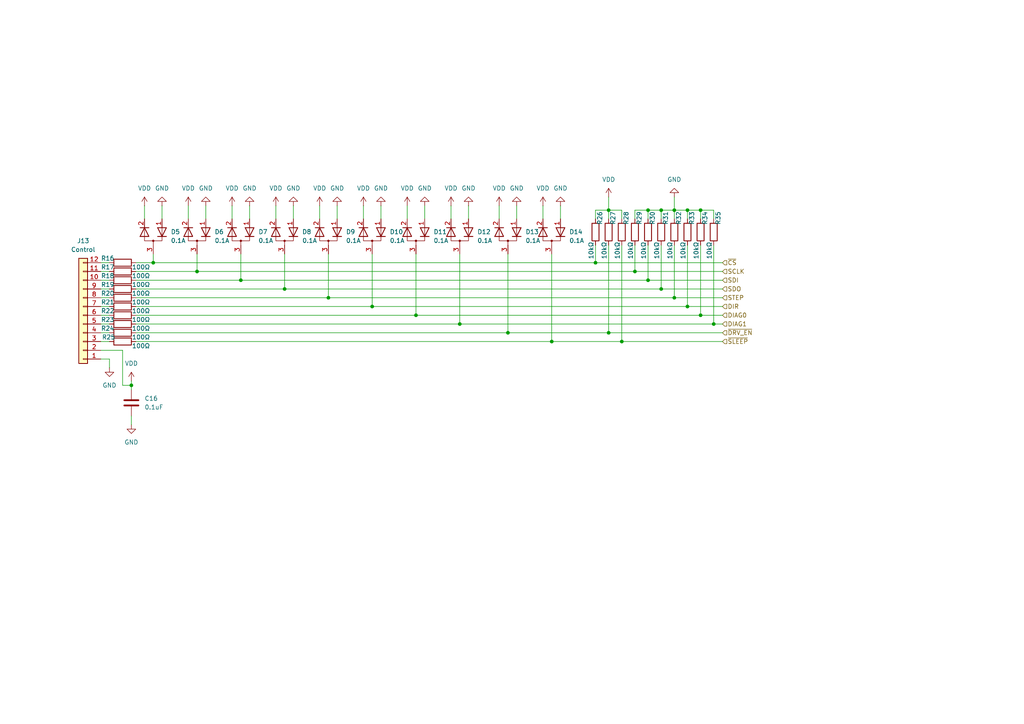
<source format=kicad_sch>
(kicad_sch (version 20231120) (generator "eeschema") (generator_version "8.0")
  (paper "A4")
  (lib_symbols
    (symbol "Connector_Generic:Conn_01x12" (pin_names (offset 1.016) hide)
      (property "Reference" "J" (at 0 15.24 0))
      (property "Value" "Conn_01x12" (at 0 -17.78 0))
      (symbol "Conn_01x12_1_1"
        (rectangle (start -1.27 -15.113) (end 0 -15.367) (stroke (width 0.1524)))
        (rectangle (start -1.27 -12.573) (end 0 -12.827) (stroke (width 0.1524)))
        (rectangle (start -1.27 -10.033) (end 0 -10.287) (stroke (width 0.1524)))
        (rectangle (start -1.27 -7.493) (end 0 -7.747) (stroke (width 0.1524)))
        (rectangle (start -1.27 -4.953) (end 0 -5.207) (stroke (width 0.1524)))
        (rectangle (start -1.27 -2.413) (end 0 -2.667) (stroke (width 0.1524)))
        (rectangle (start -1.27 0.127) (end 0 -0.127) (stroke (width 0.1524)))
        (rectangle (start -1.27 2.667) (end 0 2.413) (stroke (width 0.1524)))
        (rectangle (start -1.27 5.207) (end 0 4.953) (stroke (width 0.1524)))
        (rectangle (start -1.27 7.747) (end 0 7.493) (stroke (width 0.1524)))
        (rectangle (start -1.27 10.287) (end 0 10.033) (stroke (width 0.1524)))
        (rectangle (start -1.27 12.827) (end 0 12.573) (stroke (width 0.1524)))
        (rectangle (start -1.27 13.97) (end 1.27 -16.51) (stroke (width 0.254)) (fill (type background)))
        (pin passive line (at -5.08 12.7 0) (length 3.81) (name "Pin_1") (number "1"))
        (pin passive line (at -5.08 -10.16 0) (length 3.81) (name "Pin_10") (number "10"))
        (pin passive line (at -5.08 -12.7 0) (length 3.81) (name "Pin_11") (number "11"))
        (pin passive line (at -5.08 -15.24 0) (length 3.81) (name "Pin_12") (number "12"))
        (pin passive line (at -5.08 10.16 0) (length 3.81) (name "Pin_2") (number "2"))
        (pin passive line (at -5.08 7.62 0) (length 3.81) (name "Pin_3") (number "3"))
        (pin passive line (at -5.08 5.08 0) (length 3.81) (name "Pin_4") (number "4"))
        (pin passive line (at -5.08 2.54 0) (length 3.81) (name "Pin_5") (number "5"))
        (pin passive line (at -5.08 0 0) (length 3.81) (name "Pin_6") (number "6"))
        (pin passive line (at -5.08 -2.54 0) (length 3.81) (name "Pin_7") (number "7"))
        (pin passive line (at -5.08 -5.08 0) (length 3.81) (name "Pin_8") (number "8"))
        (pin passive line (at -5.08 -7.62 0) (length 3.81) (name "Pin_9") (number "9"))
      )
    )
    (symbol "Device:C" (pin_numbers hide) (pin_names (offset 0.254))
      (property "Reference" "C" (at 0.635 2.54 0))
      (property "Value" "C" (at 0.635 -2.54 0))
      (symbol "C_0_1"
        (polyline (pts (xy -2.032 -0.762) (xy 2.032 -0.762)) (stroke (width 0.508)))
        (polyline (pts (xy -2.032 0.762) (xy 2.032 0.762)) (stroke (width 0.508)))
      )
      (symbol "C_1_1"
        (pin passive line (at 0 3.81 270) (length 2.794) (name "~") (number "1"))
        (pin passive line (at 0 -3.81 90) (length 2.794) (name "~") (number "2"))
      )
    )
    (symbol "Device:D_Dual_Series_AKC_Parallel" (pin_names (offset 0.762) hide)
      (property "Reference" "D" (at 0 5.08 0))
      (property "Value" "D_Dual_Series_AKC_Parallel" (at 0 -5.08 0))
      (symbol "D_Dual_Series_AKC_Parallel_0_0"
        (polyline (pts (xy 0 -1.27) (xy 0 -3.81)) (stroke (width 0.254)))
        (polyline (pts (xy 2.54 3.81) (xy 2.54 1.27)) (stroke (width 0.254)))
      )
      (symbol "D_Dual_Series_AKC_Parallel_0_1"
        (circle (center -1.27 0) (radius 0.254) (fill (type outline)))
        (polyline (pts (xy -1.27 0) (xy -2.54 0)))
        (polyline (pts (xy 2.54 2.54) (xy -1.27 2.54) (xy -1.27 -2.54) (xy 2.54 -2.54)))
        (polyline (pts (xy 0 3.81) (xy 2.54 2.54) (xy 0 1.27) (xy 0 3.81) (xy 0 3.81) (xy 0 3.81)) (stroke (width 0.254)))
        (polyline (pts (xy 2.54 -1.27) (xy 0 -2.54) (xy 2.54 -3.81) (xy 2.54 -1.27) (xy 2.54 -1.27) (xy 2.54 -1.27)) (stroke (width 0.254)))
        (pin passive line (at 5.08 -2.54 180) (length 2.54) (name "K") (number "1"))
        (pin passive line (at 5.08 2.54 180) (length 2.54) (name "K") (number "2"))
        (pin passive line (at -5.08 0 0) (length 2.54) (name "A") (number "3"))
      )
    )
    (symbol "Device:R" (pin_numbers hide) (pin_names (offset 0))
      (property "Reference" "R" (at 2.032 0 90))
      (property "Value" "R" (at 0 0 90))
      (symbol "R_0_1"
        (rectangle (start -1.016 -2.54) (end 1.016 2.54) (stroke (width 0.254)))
      )
      (symbol "R_1_1"
        (pin passive line (at 0 3.81 270) (length 1.27) (name "~") (number "1"))
        (pin passive line (at 0 -3.81 90) (length 1.27) (name "~") (number "2"))
      )
    )
    (symbol "GND_1" (power) (pin_numbers hide) (pin_names (offset 0) hide)
      (property "Value" "GND" (at 0 -3.81 0))
      (symbol "GND_1_0_1"
        (polyline (pts (xy 0 0) (xy 0 -1.27) (xy 1.27 -1.27) (xy 0 -2.54) (xy -1.27 -1.27) (xy 0 -1.27)))
      )
      (symbol "GND_1_1_1"
        (pin power_in line (at 0 0 270) (length 0) (name "~") (number "1"))
      )
    )
    (symbol "power:VDD" (power) (pin_numbers hide) (pin_names (offset 0) hide)
      (property "Value" "VDD" (at 0 3.556 0))
      (symbol "VDD_0_1"
        (polyline (pts (xy -0.762 1.27) (xy 0 2.54)))
        (polyline (pts (xy 0 0) (xy 0 2.54)))
        (polyline (pts (xy 0 2.54) (xy 0.762 1.27)))
      )
      (symbol "VDD_1_1"
        (pin power_in line (at 0 0 90) (length 0) (name "~") (number "1"))
      )
    )
  )
  (junction (at 187.96 60.96))
  (junction (at 187.96 81.28))
  (junction (at 203.2 91.44))
  (junction (at 44.45 76.2))
  (junction (at 203.2 60.96))
  (junction (at 195.58 60.96))
  (junction (at 195.58 86.36))
  (junction (at 207.01 93.98))
  (junction (at 120.65 91.44))
  (junction (at 176.53 96.52))
  (junction (at 191.77 83.82))
  (junction (at 95.25 86.36))
  (junction (at 160.02 99.06))
  (junction (at 38.1 111.76))
  (junction (at 199.39 88.9))
  (junction (at 57.15 78.74))
  (junction (at 172.72 76.2))
  (junction (at 133.35 93.98))
  (junction (at 82.55 83.82))
  (junction (at 147.32 96.52))
  (junction (at 184.15 78.74))
  (junction (at 180.34 99.06))
  (junction (at 107.95 88.9))
  (junction (at 191.77 60.96))
  (junction (at 69.85 81.28))
  (junction (at 199.39 60.96))
  (junction (at 176.53 60.96))
  (wire (pts (xy 29.21 78.74) (xy 31.75 78.74)))
  (wire (pts (xy 176.53 60.96) (xy 176.53 63.5)))
  (wire (pts (xy 191.77 71.12) (xy 191.77 83.82)))
  (wire (pts (xy 133.35 73.66) (xy 133.35 93.98)))
  (wire (pts (xy 187.96 81.28) (xy 209.55 81.28)))
  (wire (pts (xy 135.89 59.69) (xy 135.89 63.5)))
  (wire (pts (xy 97.79 59.69) (xy 97.79 63.5)))
  (wire (pts (xy 176.53 96.52) (xy 209.55 96.52)))
  (wire (pts (xy 207.01 93.98) (xy 209.55 93.98)))
  (wire (pts (xy 69.85 73.66) (xy 69.85 81.28)))
  (wire (pts (xy 172.72 63.5) (xy 172.72 60.96)))
  (wire (pts (xy 67.31 59.69) (xy 67.31 63.5)))
  (wire (pts (xy 180.34 99.06) (xy 209.55 99.06)))
  (wire (pts (xy 176.53 60.96) (xy 180.34 60.96)))
  (wire (pts (xy 191.77 83.82) (xy 209.55 83.82)))
  (wire (pts (xy 184.15 63.5) (xy 184.15 60.96)))
  (wire (pts (xy 38.1 111.76) (xy 38.1 113.03)))
  (wire (pts (xy 29.21 81.28) (xy 31.75 81.28)))
  (wire (pts (xy 184.15 78.74) (xy 209.55 78.74)))
  (wire (pts (xy 39.37 86.36) (xy 95.25 86.36)))
  (wire (pts (xy 203.2 91.44) (xy 209.55 91.44)))
  (wire (pts (xy 57.15 73.66) (xy 57.15 78.74)))
  (wire (pts (xy 105.41 59.69) (xy 105.41 63.5)))
  (wire (pts (xy 130.81 59.69) (xy 130.81 63.5)))
  (wire (pts (xy 39.37 76.2) (xy 44.45 76.2)))
  (wire (pts (xy 199.39 71.12) (xy 199.39 88.9)))
  (wire (pts (xy 191.77 60.96) (xy 191.77 63.5)))
  (wire (pts (xy 144.78 59.69) (xy 144.78 63.5)))
  (wire (pts (xy 41.91 59.69) (xy 41.91 63.5)))
  (wire (pts (xy 39.37 96.52) (xy 147.32 96.52)))
  (wire (pts (xy 35.56 101.6) (xy 35.56 111.76)))
  (wire (pts (xy 29.21 76.2) (xy 31.75 76.2)))
  (wire (pts (xy 39.37 78.74) (xy 57.15 78.74)))
  (wire (pts (xy 31.75 104.14) (xy 31.75 106.68)))
  (wire (pts (xy 57.15 78.74) (xy 184.15 78.74)))
  (wire (pts (xy 29.21 96.52) (xy 31.75 96.52)))
  (wire (pts (xy 147.32 96.52) (xy 176.53 96.52)))
  (wire (pts (xy 147.32 73.66) (xy 147.32 96.52)))
  (wire (pts (xy 118.11 59.69) (xy 118.11 63.5)))
  (wire (pts (xy 172.72 71.12) (xy 172.72 76.2)))
  (wire (pts (xy 82.55 83.82) (xy 191.77 83.82)))
  (wire (pts (xy 133.35 93.98) (xy 207.01 93.98)))
  (wire (pts (xy 195.58 60.96) (xy 195.58 63.5)))
  (wire (pts (xy 46.99 59.69) (xy 46.99 63.5)))
  (wire (pts (xy 195.58 60.96) (xy 199.39 60.96)))
  (wire (pts (xy 120.65 91.44) (xy 203.2 91.44)))
  (wire (pts (xy 195.58 71.12) (xy 195.58 86.36)))
  (wire (pts (xy 187.96 60.96) (xy 187.96 63.5)))
  (wire (pts (xy 160.02 73.66) (xy 160.02 99.06)))
  (wire (pts (xy 160.02 99.06) (xy 180.34 99.06)))
  (wire (pts (xy 107.95 73.66) (xy 107.95 88.9)))
  (wire (pts (xy 180.34 71.12) (xy 180.34 99.06)))
  (wire (pts (xy 29.21 83.82) (xy 31.75 83.82)))
  (wire (pts (xy 95.25 86.36) (xy 195.58 86.36)))
  (wire (pts (xy 187.96 71.12) (xy 187.96 81.28)))
  (wire (pts (xy 85.09 59.69) (xy 85.09 63.5)))
  (wire (pts (xy 191.77 60.96) (xy 195.58 60.96)))
  (wire (pts (xy 172.72 76.2) (xy 209.55 76.2)))
  (wire (pts (xy 29.21 86.36) (xy 31.75 86.36)))
  (wire (pts (xy 39.37 99.06) (xy 160.02 99.06)))
  (wire (pts (xy 203.2 60.96) (xy 203.2 63.5)))
  (wire (pts (xy 120.65 73.66) (xy 120.65 91.44)))
  (wire (pts (xy 44.45 76.2) (xy 172.72 76.2)))
  (wire (pts (xy 29.21 93.98) (xy 31.75 93.98)))
  (wire (pts (xy 39.37 93.98) (xy 133.35 93.98)))
  (wire (pts (xy 184.15 71.12) (xy 184.15 78.74)))
  (wire (pts (xy 29.21 104.14) (xy 31.75 104.14)))
  (wire (pts (xy 180.34 60.96) (xy 180.34 63.5)))
  (wire (pts (xy 59.69 59.69) (xy 59.69 63.5)))
  (wire (pts (xy 176.53 60.96) (xy 176.53 57.15)))
  (wire (pts (xy 80.01 59.69) (xy 80.01 63.5)))
  (wire (pts (xy 95.25 73.66) (xy 95.25 86.36)))
  (wire (pts (xy 157.48 59.69) (xy 157.48 63.5)))
  (wire (pts (xy 195.58 86.36) (xy 209.55 86.36)))
  (wire (pts (xy 69.85 81.28) (xy 187.96 81.28)))
  (wire (pts (xy 207.01 60.96) (xy 207.01 63.5)))
  (wire (pts (xy 107.95 88.9) (xy 199.39 88.9)))
  (wire (pts (xy 39.37 88.9) (xy 107.95 88.9)))
  (wire (pts (xy 38.1 120.65) (xy 38.1 123.19)))
  (wire (pts (xy 172.72 60.96) (xy 176.53 60.96)))
  (wire (pts (xy 39.37 83.82) (xy 82.55 83.82)))
  (wire (pts (xy 39.37 91.44) (xy 120.65 91.44)))
  (wire (pts (xy 44.45 73.66) (xy 44.45 76.2)))
  (wire (pts (xy 72.39 59.69) (xy 72.39 63.5)))
  (wire (pts (xy 207.01 71.12) (xy 207.01 93.98)))
  (wire (pts (xy 123.19 59.69) (xy 123.19 63.5)))
  (wire (pts (xy 199.39 60.96) (xy 203.2 60.96)))
  (wire (pts (xy 199.39 60.96) (xy 199.39 63.5)))
  (wire (pts (xy 38.1 111.76) (xy 38.1 110.49)))
  (wire (pts (xy 162.56 59.69) (xy 162.56 63.5)))
  (wire (pts (xy 195.58 60.96) (xy 195.58 57.15)))
  (wire (pts (xy 203.2 71.12) (xy 203.2 91.44)))
  (wire (pts (xy 54.61 59.69) (xy 54.61 63.5)))
  (wire (pts (xy 203.2 60.96) (xy 207.01 60.96)))
  (wire (pts (xy 110.49 59.69) (xy 110.49 63.5)))
  (wire (pts (xy 92.71 59.69) (xy 92.71 63.5)))
  (wire (pts (xy 149.86 59.69) (xy 149.86 63.5)))
  (wire (pts (xy 29.21 91.44) (xy 31.75 91.44)))
  (wire (pts (xy 187.96 60.96) (xy 191.77 60.96)))
  (wire (pts (xy 82.55 73.66) (xy 82.55 83.82)))
  (wire (pts (xy 39.37 81.28) (xy 69.85 81.28)))
  (wire (pts (xy 184.15 60.96) (xy 187.96 60.96)))
  (wire (pts (xy 176.53 71.12) (xy 176.53 96.52)))
  (wire (pts (xy 29.21 101.6) (xy 35.56 101.6)))
  (wire (pts (xy 29.21 88.9) (xy 31.75 88.9)))
  (wire (pts (xy 199.39 88.9) (xy 209.55 88.9)))
  (wire (pts (xy 35.56 111.76) (xy 38.1 111.76)))
  (wire (pts (xy 29.21 99.06) (xy 31.75 99.06)))
  (hierarchical_label "~{CS}" (shape input) (at 209.55 76.2 0))
  (hierarchical_label "~{SLEEP}" (shape input) (at 209.55 99.06 0))
  (hierarchical_label "DIAG0" (shape input) (at 209.55 91.44 0))
  (hierarchical_label "DIR" (shape input) (at 209.55 88.9 0))
  (hierarchical_label "SDI" (shape input) (at 209.55 81.28 0))
  (hierarchical_label "SCLK" (shape input) (at 209.55 78.74 0))
  (hierarchical_label "~{DRV_EN}" (shape input) (at 209.55 96.52 0))
  (hierarchical_label "SDO" (shape input) (at 209.55 83.82 0))
  (hierarchical_label "STEP" (shape input) (at 209.55 86.36 0))
  (hierarchical_label "DIAG1" (shape input) (at 209.55 93.98 0))
  (symbol (lib_name "GND_1") (lib_id "power:GND") (at 123.19 59.69 180) (unit 1)
    (property "Reference" "#PWR043" (effects (hide yes)))
    (property "Value" "GND" (at 123.19 54.61 0))
    (property "Description" "Power symbol creates a global label with name \"GND\" , ground" (effects (hide yes)))
  )
  (symbol (lib_id "Device:D_Dual_Series_AKC_Parallel") (at 133.35 68.58 90) (unit 1)
    (property "Reference" "D12" (at 138.43 67.2464 90) (effects (justify right)))
    (property "Value" "0.1A" (at 138.43 69.7864 90) (effects (justify right)))
    (property "Footprint" "Package_TO_SOT_SMD:SOT-23-3" (effects (hide yes)))
    (property "Description" "Dual diode, anode/cathode/center" (effects (hide yes)))
  )
  (symbol (lib_id "power:VDD") (at 105.41 59.69 0) (unit 1)
    (property "Reference" "#PWR040" (effects (hide yes)))
    (property "Value" "VDD" (at 105.41 54.61 0))
    (property "Description" "Power symbol creates a global label with name \"VDD\"" (effects (hide yes)))
  )
  (symbol (lib_id "Device:D_Dual_Series_AKC_Parallel") (at 95.25 68.58 90) (unit 1)
    (property "Reference" "D9" (at 100.33 67.2464 90) (effects (justify right)))
    (property "Value" "0.1A" (at 100.33 69.7864 90) (effects (justify right)))
    (property "Footprint" "Package_TO_SOT_SMD:SOT-23-3" (effects (hide yes)))
    (property "Description" "Dual diode, anode/cathode/center" (effects (hide yes)))
  )
  (symbol (lib_id "Device:R") (at 195.58 67.31 0) (unit 1)
    (property "Reference" "R32" (at 196.85 63.246 90))
    (property "Value" "10kΩ" (at 194.31 72.644 90))
    (property "Footprint" "Resistor_SMD:R_0805_2012Metric" (effects (hide yes)))
    (property "Description" "Resistor" (effects (hide yes)))
  )
  (symbol (lib_name "GND_1") (lib_id "power:GND") (at 110.49 59.69 180) (unit 1)
    (property "Reference" "#PWR041" (effects (hide yes)))
    (property "Value" "GND" (at 110.49 54.61 0))
    (property "Description" "Power symbol creates a global label with name \"GND\" , ground" (effects (hide yes)))
  )
  (symbol (lib_id "Device:R") (at 35.56 86.36 90) (unit 1)
    (property "Reference" "R20" (at 31.242 85.09 90))
    (property "Value" "100Ω" (at 40.894 87.63 90))
    (property "Footprint" "Resistor_SMD:R_0805_2012Metric" (effects (hide yes)))
    (property "Description" "Resistor" (effects (hide yes)))
  )
  (symbol (lib_name "GND_1") (lib_id "power:GND") (at 162.56 59.69 180) (unit 1)
    (property "Reference" "#PWR049" (effects (hide yes)))
    (property "Value" "GND" (at 162.56 54.61 0))
    (property "Description" "Power symbol creates a global label with name \"GND\" , ground" (effects (hide yes)))
  )
  (symbol (lib_id "Device:R") (at 35.56 88.9 90) (unit 1)
    (property "Reference" "R21" (at 31.242 87.63 90))
    (property "Value" "100Ω" (at 40.894 90.17 90))
    (property "Footprint" "Resistor_SMD:R_0805_2012Metric" (effects (hide yes)))
    (property "Description" "Resistor" (effects (hide yes)))
  )
  (symbol (lib_id "power:VDD") (at 38.1 110.49 0) (unit 1)
    (property "Reference" "#PWR028" (effects (hide yes)))
    (property "Value" "VDD" (at 38.1 105.41 0))
    (property "Description" "Power symbol creates a global label with name \"VDD\"" (effects (hide yes)))
  )
  (symbol (lib_name "GND_1") (lib_id "power:GND") (at 135.89 59.69 180) (unit 1)
    (property "Reference" "#PWR045" (effects (hide yes)))
    (property "Value" "GND" (at 135.89 54.61 0))
    (property "Description" "Power symbol creates a global label with name \"GND\" , ground" (effects (hide yes)))
  )
  (symbol (lib_id "Connector_Generic:Conn_01x12") (at 24.13 91.44 180) (unit 1)
    (property "Reference" "J13" (at 24.13 69.85 0))
    (property "Value" "Control" (at 24.13 72.39 0))
    (property "Footprint" "Connector_PinHeader_2.54mm:PinHeader_2x06_P2.54mm_Vertical" (effects (hide yes)))
    (property "Description" "Generic connector, single row, 01x12, script generated (kicad-library-utils/schlib/autogen/connector/)" (effects (hide yes)))
  )
  (symbol (lib_id "Device:C") (at 38.1 116.84 0) (unit 1)
    (property "Reference" "C16" (at 41.91 115.5699 0) (effects (justify left)))
    (property "Value" "0.1uF" (at 41.91 118.1099 0) (effects (justify left)))
    (property "Footprint" "Capacitor_SMD:C_0805_2012Metric" (effects (hide yes)))
    (property "Description" "Unpolarized capacitor" (effects (hide yes)))
  )
  (symbol (lib_id "power:VDD") (at 41.91 59.69 0) (unit 1)
    (property "Reference" "#PWR030" (effects (hide yes)))
    (property "Value" "VDD" (at 41.91 54.61 0))
    (property "Description" "Power symbol creates a global label with name \"VDD\"" (effects (hide yes)))
  )
  (symbol (lib_name "GND_1") (lib_id "power:GND") (at 195.58 57.15 180) (unit 1)
    (property "Reference" "#PWR051" (effects (hide yes)))
    (property "Value" "GND" (at 195.58 52.07 0))
    (property "Description" "Power symbol creates a global label with name \"GND\" , ground" (effects (hide yes)))
  )
  (symbol (lib_id "power:VDD") (at 144.78 59.69 0) (unit 1)
    (property "Reference" "#PWR046" (effects (hide yes)))
    (property "Value" "VDD" (at 144.78 54.61 0))
    (property "Description" "Power symbol creates a global label with name \"VDD\"" (effects (hide yes)))
  )
  (symbol (lib_id "Device:D_Dual_Series_AKC_Parallel") (at 82.55 68.58 90) (unit 1)
    (property "Reference" "D8" (at 87.63 67.2464 90) (effects (justify right)))
    (property "Value" "0.1A" (at 87.63 69.7864 90) (effects (justify right)))
    (property "Footprint" "Package_TO_SOT_SMD:SOT-23-3" (effects (hide yes)))
    (property "Description" "Dual diode, anode/cathode/center" (effects (hide yes)))
  )
  (symbol (lib_id "Device:R") (at 184.15 67.31 0) (unit 1)
    (property "Reference" "R29" (at 185.42 63.246 90))
    (property "Value" "10kΩ" (at 182.88 72.644 90))
    (property "Footprint" "Resistor_SMD:R_0805_2012Metric" (effects (hide yes)))
    (property "Description" "Resistor" (effects (hide yes)))
  )
  (symbol (lib_id "Device:R") (at 35.56 99.06 90) (unit 1)
    (property "Reference" "R25" (at 31.496 97.79 90))
    (property "Value" "100Ω" (at 40.894 100.33 90))
    (property "Footprint" "Resistor_SMD:R_0805_2012Metric" (effects (hide yes)))
    (property "Description" "Resistor" (effects (hide yes)))
  )
  (symbol (lib_id "Device:R") (at 191.77 67.31 0) (unit 1)
    (property "Reference" "R31" (at 193.04 63.246 90))
    (property "Value" "10kΩ" (at 190.5 72.644 90))
    (property "Footprint" "Resistor_SMD:R_0805_2012Metric" (effects (hide yes)))
    (property "Description" "Resistor" (effects (hide yes)))
  )
  (symbol (lib_id "power:VDD") (at 54.61 59.69 0) (unit 1)
    (property "Reference" "#PWR032" (effects (hide yes)))
    (property "Value" "VDD" (at 54.61 54.61 0))
    (property "Description" "Power symbol creates a global label with name \"VDD\"" (effects (hide yes)))
  )
  (symbol (lib_name "GND_1") (lib_id "power:GND") (at 38.1 123.19 0) (unit 1)
    (property "Reference" "#PWR029" (effects (hide yes)))
    (property "Value" "GND" (at 38.1 128.27 0))
    (property "Description" "Power symbol creates a global label with name \"GND\" , ground" (effects (hide yes)))
  )
  (symbol (lib_name "GND_1") (lib_id "power:GND") (at 85.09 59.69 180) (unit 1)
    (property "Reference" "#PWR037" (effects (hide yes)))
    (property "Value" "GND" (at 85.09 54.61 0))
    (property "Description" "Power symbol creates a global label with name \"GND\" , ground" (effects (hide yes)))
  )
  (symbol (lib_id "power:VDD") (at 176.53 57.15 0) (unit 1)
    (property "Reference" "#PWR050" (effects (hide yes)))
    (property "Value" "VDD" (at 176.53 52.07 0))
    (property "Description" "Power symbol creates a global label with name \"VDD\"" (effects (hide yes)))
  )
  (symbol (lib_id "power:VDD") (at 80.01 59.69 0) (unit 1)
    (property "Reference" "#PWR036" (effects (hide yes)))
    (property "Value" "VDD" (at 80.01 54.61 0))
    (property "Description" "Power symbol creates a global label with name \"VDD\"" (effects (hide yes)))
  )
  (symbol (lib_id "Device:D_Dual_Series_AKC_Parallel") (at 44.45 68.58 90) (unit 1)
    (property "Reference" "D5" (at 49.53 67.2464 90) (effects (justify right)))
    (property "Value" "0.1A" (at 49.53 69.7864 90) (effects (justify right)))
    (property "Footprint" "Package_TO_SOT_SMD:SOT-23-3" (effects (hide yes)))
    (property "Description" "Dual diode, anode/cathode/center" (effects (hide yes)))
  )
  (symbol (lib_id "Device:R") (at 172.72 67.31 0) (unit 1)
    (property "Reference" "R26" (at 173.99 63.246 90))
    (property "Value" "10kΩ" (at 171.45 72.644 90))
    (property "Footprint" "Resistor_SMD:R_0805_2012Metric" (effects (hide yes)))
    (property "Description" "Resistor" (effects (hide yes)))
  )
  (symbol (lib_id "Device:D_Dual_Series_AKC_Parallel") (at 120.65 68.58 90) (unit 1)
    (property "Reference" "D11" (at 125.73 67.2464 90) (effects (justify right)))
    (property "Value" "0.1A" (at 125.73 69.7864 90) (effects (justify right)))
    (property "Footprint" "Package_TO_SOT_SMD:SOT-23-3" (effects (hide yes)))
    (property "Description" "Dual diode, anode/cathode/center" (effects (hide yes)))
  )
  (symbol (lib_id "power:VDD") (at 92.71 59.69 0) (unit 1)
    (property "Reference" "#PWR038" (effects (hide yes)))
    (property "Value" "VDD" (at 92.71 54.61 0))
    (property "Description" "Power symbol creates a global label with name \"VDD\"" (effects (hide yes)))
  )
  (symbol (lib_id "power:VDD") (at 130.81 59.69 0) (unit 1)
    (property "Reference" "#PWR044" (effects (hide yes)))
    (property "Value" "VDD" (at 130.81 54.61 0))
    (property "Description" "Power symbol creates a global label with name \"VDD\"" (effects (hide yes)))
  )
  (symbol (lib_id "Device:D_Dual_Series_AKC_Parallel") (at 57.15 68.58 90) (unit 1)
    (property "Reference" "D6" (at 62.23 67.2464 90) (effects (justify right)))
    (property "Value" "0.1A" (at 62.23 69.7864 90) (effects (justify right)))
    (property "Footprint" "Package_TO_SOT_SMD:SOT-23-3" (effects (hide yes)))
    (property "Description" "Dual diode, anode/cathode/center" (effects (hide yes)))
  )
  (symbol (lib_id "Device:R") (at 187.96 67.31 0) (unit 1)
    (property "Reference" "R30" (at 189.23 63.246 90))
    (property "Value" "10kΩ" (at 186.69 72.644 90))
    (property "Footprint" "Resistor_SMD:R_0805_2012Metric" (effects (hide yes)))
    (property "Description" "Resistor" (effects (hide yes)))
  )
  (symbol (lib_id "Device:R") (at 35.56 91.44 90) (unit 1)
    (property "Reference" "R22" (at 31.242 90.17 90))
    (property "Value" "100Ω" (at 40.894 92.71 90))
    (property "Footprint" "Resistor_SMD:R_0805_2012Metric" (effects (hide yes)))
    (property "Description" "Resistor" (effects (hide yes)))
  )
  (symbol (lib_name "GND_1") (lib_id "power:GND") (at 59.69 59.69 180) (unit 1)
    (property "Reference" "#PWR033" (effects (hide yes)))
    (property "Value" "GND" (at 59.69 54.61 0))
    (property "Description" "Power symbol creates a global label with name \"GND\" , ground" (effects (hide yes)))
  )
  (symbol (lib_name "GND_1") (lib_id "power:GND") (at 46.99 59.69 180) (unit 1)
    (property "Reference" "#PWR031" (effects (hide yes)))
    (property "Value" "GND" (at 46.99 54.61 0))
    (property "Description" "Power symbol creates a global label with name \"GND\" , ground" (effects (hide yes)))
  )
  (symbol (lib_id "Device:R") (at 35.56 93.98 90) (unit 1)
    (property "Reference" "R23" (at 31.242 92.71 90))
    (property "Value" "100Ω" (at 40.894 95.25 90))
    (property "Footprint" "Resistor_SMD:R_0805_2012Metric" (effects (hide yes)))
    (property "Description" "Resistor" (effects (hide yes)))
  )
  (symbol (lib_id "Device:D_Dual_Series_AKC_Parallel") (at 160.02 68.58 90) (unit 1)
    (property "Reference" "D14" (at 165.1 67.2464 90) (effects (justify right)))
    (property "Value" "0.1A" (at 165.1 69.7864 90) (effects (justify right)))
    (property "Footprint" "Package_TO_SOT_SMD:SOT-23-3" (effects (hide yes)))
    (property "Description" "Dual diode, anode/cathode/center" (effects (hide yes)))
  )
  (symbol (lib_id "power:VDD") (at 157.48 59.69 0) (unit 1)
    (property "Reference" "#PWR048" (effects (hide yes)))
    (property "Value" "VDD" (at 157.48 54.61 0))
    (property "Description" "Power symbol creates a global label with name \"VDD\"" (effects (hide yes)))
  )
  (symbol (lib_id "Device:R") (at 180.34 67.31 0) (unit 1)
    (property "Reference" "R28" (at 181.61 63.246 90))
    (property "Value" "10kΩ" (at 179.07 72.644 90))
    (property "Footprint" "Resistor_SMD:R_0805_2012Metric" (effects (hide yes)))
    (property "Description" "Resistor" (effects (hide yes)))
  )
  (symbol (lib_id "Device:R") (at 35.56 96.52 90) (unit 1)
    (property "Reference" "R24" (at 31.242 95.25 90))
    (property "Value" "100Ω" (at 40.894 97.79 90))
    (property "Footprint" "Resistor_SMD:R_0805_2012Metric" (effects (hide yes)))
    (property "Description" "Resistor" (effects (hide yes)))
  )
  (symbol (lib_id "power:VDD") (at 67.31 59.69 0) (unit 1)
    (property "Reference" "#PWR034" (effects (hide yes)))
    (property "Value" "VDD" (at 67.31 54.61 0))
    (property "Description" "Power symbol creates a global label with name \"VDD\"" (effects (hide yes)))
  )
  (symbol (lib_id "power:VDD") (at 118.11 59.69 0) (unit 1)
    (property "Reference" "#PWR042" (effects (hide yes)))
    (property "Value" "VDD" (at 118.11 54.61 0))
    (property "Description" "Power symbol creates a global label with name \"VDD\"" (effects (hide yes)))
  )
  (symbol (lib_id "Device:R") (at 199.39 67.31 0) (unit 1)
    (property "Reference" "R33" (at 200.66 63.246 90))
    (property "Value" "10kΩ" (at 198.12 72.644 90))
    (property "Footprint" "Resistor_SMD:R_0805_2012Metric" (effects (hide yes)))
    (property "Description" "Resistor" (effects (hide yes)))
  )
  (symbol (lib_id "Device:D_Dual_Series_AKC_Parallel") (at 107.95 68.58 90) (unit 1)
    (property "Reference" "D10" (at 113.03 67.2464 90) (effects (justify right)))
    (property "Value" "0.1A" (at 113.03 69.7864 90) (effects (justify right)))
    (property "Footprint" "Package_TO_SOT_SMD:SOT-23-3" (effects (hide yes)))
    (property "Description" "Dual diode, anode/cathode/center" (effects (hide yes)))
  )
  (symbol (lib_id "Device:R") (at 35.56 78.74 90) (unit 1)
    (property "Reference" "R17" (at 31.242 77.47 90))
    (property "Value" "100Ω" (at 40.894 80.01 90))
    (property "Footprint" "Resistor_SMD:R_0805_2012Metric" (effects (hide yes)))
    (property "Description" "Resistor" (effects (hide yes)))
  )
  (symbol (lib_id "Device:R") (at 207.01 67.31 0) (unit 1)
    (property "Reference" "R35" (at 208.28 63.246 90))
    (property "Value" "10kΩ" (at 205.74 72.644 90))
    (property "Footprint" "Resistor_SMD:R_0805_2012Metric" (effects (hide yes)))
    (property "Description" "Resistor" (effects (hide yes)))
  )
  (symbol (lib_name "GND_1") (lib_id "power:GND") (at 31.75 106.68 0) (unit 1)
    (property "Reference" "#PWR027" (effects (hide yes)))
    (property "Value" "GND" (at 31.75 111.76 0))
    (property "Description" "Power symbol creates a global label with name \"GND\" , ground" (effects (hide yes)))
  )
  (symbol (lib_id "Device:R") (at 35.56 76.2 90) (unit 1)
    (property "Reference" "R16" (at 31.242 74.93 90))
    (property "Value" "100Ω" (at 40.894 77.47 90))
    (property "Footprint" "Resistor_SMD:R_0805_2012Metric" (effects (hide yes)))
    (property "Description" "Resistor" (effects (hide yes)))
  )
  (symbol (lib_name "GND_1") (lib_id "power:GND") (at 149.86 59.69 180) (unit 1)
    (property "Reference" "#PWR047" (effects (hide yes)))
    (property "Value" "GND" (at 149.86 54.61 0))
    (property "Description" "Power symbol creates a global label with name \"GND\" , ground" (effects (hide yes)))
  )
  (symbol (lib_id "Device:R") (at 176.53 67.31 0) (unit 1)
    (property "Reference" "R27" (at 177.8 63.246 90))
    (property "Value" "10kΩ" (at 175.26 72.644 90))
    (property "Footprint" "Resistor_SMD:R_0805_2012Metric" (effects (hide yes)))
    (property "Description" "Resistor" (effects (hide yes)))
  )
  (symbol (lib_name "GND_1") (lib_id "power:GND") (at 72.39 59.69 180) (unit 1)
    (property "Reference" "#PWR035" (effects (hide yes)))
    (property "Value" "GND" (at 72.39 54.61 0))
    (property "Description" "Power symbol creates a global label with name \"GND\" , ground" (effects (hide yes)))
  )
  (symbol (lib_id "Device:R") (at 35.56 81.28 90) (unit 1)
    (property "Reference" "R18" (at 31.242 80.01 90))
    (property "Value" "100Ω" (at 40.894 82.55 90))
    (property "Footprint" "Resistor_SMD:R_0805_2012Metric" (effects (hide yes)))
    (property "Description" "Resistor" (effects (hide yes)))
  )
  (symbol (lib_id "Device:R") (at 203.2 67.31 0) (unit 1)
    (property "Reference" "R34" (at 204.47 63.246 90))
    (property "Value" "10kΩ" (at 201.93 72.644 90))
    (property "Footprint" "Resistor_SMD:R_0805_2012Metric" (effects (hide yes)))
    (property "Description" "Resistor" (effects (hide yes)))
  )
  (symbol (lib_id "Device:R") (at 35.56 83.82 90) (unit 1)
    (property "Reference" "R19" (at 31.242 82.55 90))
    (property "Value" "100Ω" (at 40.894 85.09 90))
    (property "Footprint" "Resistor_SMD:R_0805_2012Metric" (effects (hide yes)))
    (property "Description" "Resistor" (effects (hide yes)))
  )
  (symbol (lib_id "Device:D_Dual_Series_AKC_Parallel") (at 147.32 68.58 90) (unit 1)
    (property "Reference" "D13" (at 152.4 67.2464 90) (effects (justify right)))
    (property "Value" "0.1A" (at 152.4 69.7864 90) (effects (justify right)))
    (property "Footprint" "Package_TO_SOT_SMD:SOT-23-3" (effects (hide yes)))
    (property "Description" "Dual diode, anode/cathode/center" (effects (hide yes)))
  )
  (symbol (lib_name "GND_1") (lib_id "power:GND") (at 97.79 59.69 180) (unit 1)
    (property "Reference" "#PWR039" (effects (hide yes)))
    (property "Value" "GND" (at 97.79 54.61 0))
    (property "Description" "Power symbol creates a global label with name \"GND\" , ground" (effects (hide yes)))
  )
  (symbol (lib_id "Device:D_Dual_Series_AKC_Parallel") (at 69.85 68.58 90) (unit 1)
    (property "Reference" "D7" (at 74.93 67.2464 90) (effects (justify right)))
    (property "Value" "0.1A" (at 74.93 69.7864 90) (effects (justify right)))
    (property "Footprint" "Package_TO_SOT_SMD:SOT-23-3" (effects (hide yes)))
    (property "Description" "Dual diode, anode/cathode/center" (effects (hide yes)))
  )
)
</source>
